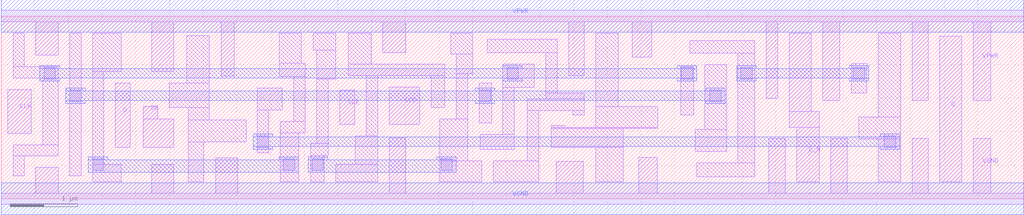
<source format=lef>
# Copyright 2020 The SkyWater PDK Authors
#
# Licensed under the Apache License, Version 2.0 (the "License");
# you may not use this file except in compliance with the License.
# You may obtain a copy of the License at
#
#     https://www.apache.org/licenses/LICENSE-2.0
#
# Unless required by applicable law or agreed to in writing, software
# distributed under the License is distributed on an "AS IS" BASIS,
# WITHOUT WARRANTIES OR CONDITIONS OF ANY KIND, either express or implied.
# See the License for the specific language governing permissions and
# limitations under the License.
#
# SPDX-License-Identifier: Apache-2.0

VERSION 5.5 ;
NAMESCASESENSITIVE ON ;
BUSBITCHARS "[]" ;
DIVIDERCHAR "/" ;
MACRO sky130_fd_sc_hd__sedfxbp_2
  CLASS CORE ;
  SOURCE USER ;
  ORIGIN  0.000000  0.000000 ;
  SIZE  15.18000 BY  2.720000 ;
  SYMMETRY X Y R90 ;
  SITE unithd ;
  PIN D
    ANTENNAGATEAREA  0.159000 ;
    DIRECTION INPUT ;
    USE SIGNAL ;
    PORT
      LAYER li1 ;
        RECT 1.695000 0.765000 1.915000 1.720000 ;
    END
  END D
  PIN DE
    ANTENNAGATEAREA  0.318000 ;
    DIRECTION INPUT ;
    USE SIGNAL ;
    PORT
      LAYER li1 ;
        RECT 2.110000 0.765000 2.565000 1.185000 ;
        RECT 2.110000 1.185000 2.325000 1.370000 ;
    END
  END DE
  PIN Q
    ANTENNADIFFAREA  0.445500 ;
    DIRECTION OUTPUT ;
    USE SIGNAL ;
    PORT
      LAYER li1 ;
        RECT 13.935000 0.255000 14.265000 2.420000 ;
    END
  END Q
  PIN Q_N
    ANTENNADIFFAREA  0.445500 ;
    DIRECTION OUTPUT ;
    USE SIGNAL ;
    PORT
      LAYER li1 ;
        RECT 11.700000 1.065000 12.145000 1.300000 ;
        RECT 11.700000 1.300000 12.030000 2.465000 ;
        RECT 11.815000 0.255000 12.145000 1.065000 ;
    END
  END Q_N
  PIN SCD
    ANTENNAGATEAREA  0.159000 ;
    DIRECTION INPUT ;
    USE SIGNAL ;
    PORT
      LAYER li1 ;
        RECT 5.760000 1.105000 6.215000 1.665000 ;
    END
  END SCD
  PIN SCE
    ANTENNAGATEAREA  0.318000 ;
    DIRECTION INPUT ;
    USE SIGNAL ;
    PORT
      LAYER li1 ;
        RECT 5.025000 1.105000 5.250000 1.615000 ;
    END
  END SCE
  PIN CLK
    ANTENNAGATEAREA  0.159000 ;
    DIRECTION INPUT ;
    USE CLOCK ;
    PORT
      LAYER li1 ;
        RECT 0.095000 0.975000 0.445000 1.625000 ;
    END
  END CLK
  PIN VGND
    DIRECTION INOUT ;
    SHAPE ABUTMENT ;
    USE GROUND ;
    PORT
      LAYER li1 ;
        RECT  0.000000 -0.085000 15.180000 0.085000 ;
        RECT  0.515000  0.085000  0.845000 0.465000 ;
        RECT  2.235000  0.085000  2.565000 0.515000 ;
        RECT  3.185000  0.085000  3.515000 0.610000 ;
        RECT  5.760000  0.085000  6.010000 0.905000 ;
        RECT  8.245000  0.085000  8.640000 0.560000 ;
        RECT  9.465000  0.085000  9.740000 0.615000 ;
        RECT 11.395000  0.085000 11.645000 0.900000 ;
        RECT 12.315000  0.085000 12.565000 0.900000 ;
        RECT 13.530000  0.085000 13.765000 0.900000 ;
        RECT 14.435000  0.085000 14.695000 0.900000 ;
    END
    PORT
      LAYER met1 ;
        RECT 0.000000 -0.240000 15.180000 0.240000 ;
    END
  END VGND
  PIN VPWR
    DIRECTION INOUT ;
    SHAPE ABUTMENT ;
    USE POWER ;
    PORT
      LAYER li1 ;
        RECT  0.000000 2.635000 15.180000 2.805000 ;
        RECT  0.515000 2.135000  0.845000 2.635000 ;
        RECT  2.235000 1.890000  2.565000 2.635000 ;
        RECT  3.265000 1.825000  3.460000 2.635000 ;
        RECT  5.665000 2.175000  6.010000 2.635000 ;
        RECT  8.425000 1.835000  8.660000 2.635000 ;
        RECT  9.370000 2.105000  9.660000 2.635000 ;
        RECT 11.360000 1.495000 11.530000 2.635000 ;
        RECT 12.200000 1.465000 12.450000 2.635000 ;
        RECT 13.530000 1.465000 13.765000 2.635000 ;
        RECT 14.435000 1.465000 14.695000 2.635000 ;
    END
    PORT
      LAYER met1 ;
        RECT 0.000000 2.480000 15.180000 2.960000 ;
    END
  END VPWR
  OBS
    LAYER li1 ;
      RECT  0.175000 0.345000  0.345000 0.635000 ;
      RECT  0.175000 0.635000  0.845000 0.805000 ;
      RECT  0.175000 1.795000  0.845000 1.965000 ;
      RECT  0.175000 1.965000  0.345000 2.465000 ;
      RECT  0.615000 0.805000  0.845000 1.795000 ;
      RECT  1.015000 0.345000  1.185000 2.465000 ;
      RECT  1.355000 0.255000  1.785000 0.515000 ;
      RECT  1.355000 0.515000  1.525000 1.890000 ;
      RECT  1.355000 1.890000  1.785000 2.465000 ;
      RECT  2.495000 1.355000  3.085000 1.720000 ;
      RECT  2.755000 1.720000  3.085000 2.425000 ;
      RECT  2.780000 0.255000  3.005000 0.845000 ;
      RECT  2.780000 0.845000  3.635000 1.175000 ;
      RECT  2.780000 1.175000  3.085000 1.355000 ;
      RECT  3.805000 0.685000  3.975000 1.320000 ;
      RECT  3.805000 1.320000  4.175000 1.650000 ;
      RECT  4.125000 1.820000  4.515000 2.020000 ;
      RECT  4.125000 2.020000  4.455000 2.465000 ;
      RECT  4.145000 0.255000  4.415000 0.980000 ;
      RECT  4.145000 0.980000  4.515000 1.150000 ;
      RECT  4.345000 1.150000  4.515000 1.820000 ;
      RECT  4.595000 0.255000  4.795000 0.645000 ;
      RECT  4.595000 0.645000  4.855000 0.825000 ;
      RECT  4.635000 2.210000  4.965000 2.465000 ;
      RECT  4.685000 0.825000  4.855000 1.785000 ;
      RECT  4.685000 1.785000  4.965000 2.210000 ;
      RECT  4.965000 0.255000  5.590000 0.515000 ;
      RECT  5.155000 1.835000  6.585000 2.005000 ;
      RECT  5.155000 2.005000  5.495000 2.465000 ;
      RECT  5.260000 0.515000  5.590000 0.935000 ;
      RECT  5.420000 0.935000  5.590000 1.835000 ;
      RECT  6.385000 1.355000  6.585000 1.835000 ;
      RECT  6.515000 0.255000  7.135000 0.565000 ;
      RECT  6.515000 0.565000  6.925000 1.185000 ;
      RECT  6.675000 2.150000  7.005000 2.465000 ;
      RECT  6.755000 1.185000  6.925000 1.865000 ;
      RECT  6.755000 1.865000  7.005000 2.150000 ;
      RECT  7.095000 1.125000  7.280000 1.720000 ;
      RECT  7.115000 0.735000  7.620000 0.955000 ;
      RECT  7.215000 2.175000  8.255000 2.375000 ;
      RECT  7.305000 0.255000  7.980000 0.565000 ;
      RECT  7.450000 0.955000  7.620000 1.655000 ;
      RECT  7.450000 1.655000  7.915000 2.005000 ;
      RECT  7.810000 0.565000  7.980000 1.315000 ;
      RECT  7.810000 1.315000  8.660000 1.485000 ;
      RECT  8.085000 1.485000  8.660000 1.575000 ;
      RECT  8.085000 1.575000  8.255000 2.175000 ;
      RECT  8.170000 0.765000  9.235000 1.045000 ;
      RECT  8.170000 1.045000  9.745000 1.065000 ;
      RECT  8.170000 1.065000  8.370000 1.095000 ;
      RECT  8.490000 1.245000  8.660000 1.315000 ;
      RECT  8.830000 0.255000  9.235000 0.765000 ;
      RECT  8.830000 1.065000  9.745000 1.375000 ;
      RECT  8.830000 1.375000  9.160000 2.465000 ;
      RECT 10.090000 1.245000 10.280000 1.965000 ;
      RECT 10.225000 2.165000 11.190000 2.355000 ;
      RECT 10.305000 0.705000 10.770000 1.035000 ;
      RECT 10.325000 0.330000 11.190000 0.535000 ;
      RECT 10.450000 1.035000 10.770000 1.995000 ;
      RECT 10.940000 0.535000 11.190000 2.165000 ;
      RECT 12.620000 1.575000 12.850000 2.010000 ;
      RECT 12.735000 0.890000 13.360000 1.220000 ;
      RECT 13.020000 0.255000 13.360000 0.890000 ;
      RECT 13.020000 1.220000 13.360000 2.465000 ;
    LAYER mcon ;
      RECT  0.635000 1.785000  0.805000 1.955000 ;
      RECT  1.015000 1.445000  1.185000 1.615000 ;
      RECT  1.355000 0.425000  1.525000 0.595000 ;
      RECT  3.805000 0.765000  3.975000 0.935000 ;
      RECT  4.185000 0.425000  4.355000 0.595000 ;
      RECT  4.615000 0.425000  4.785000 0.595000 ;
      RECT  6.530000 0.425000  6.700000 0.595000 ;
      RECT  7.100000 1.445000  7.270000 1.615000 ;
      RECT  7.510000 1.785000  7.680000 1.955000 ;
      RECT 10.100000 1.785000 10.270000 1.955000 ;
      RECT 10.520000 1.445000 10.690000 1.615000 ;
      RECT 10.980000 1.785000 11.150000 1.955000 ;
      RECT 12.650000 1.785000 12.820000 1.955000 ;
      RECT 13.110000 0.765000 13.280000 0.935000 ;
    LAYER met1 ;
      RECT  0.575000 1.755000  0.865000 1.800000 ;
      RECT  0.575000 1.800000 10.330000 1.940000 ;
      RECT  0.575000 1.940000  0.865000 1.985000 ;
      RECT  0.955000 1.415000  1.245000 1.460000 ;
      RECT  0.955000 1.460000 10.750000 1.600000 ;
      RECT  0.955000 1.600000  1.245000 1.645000 ;
      RECT  1.295000 0.395000  4.415000 0.580000 ;
      RECT  1.295000 0.580000  1.585000 0.625000 ;
      RECT  3.745000 0.735000  4.035000 0.780000 ;
      RECT  3.745000 0.780000 13.340000 0.920000 ;
      RECT  3.745000 0.920000  4.035000 0.965000 ;
      RECT  4.125000 0.580000  4.415000 0.625000 ;
      RECT  4.555000 0.395000  6.760000 0.580000 ;
      RECT  4.555000 0.580000  4.845000 0.625000 ;
      RECT  6.470000 0.580000  6.760000 0.625000 ;
      RECT  7.040000 1.415000  7.330000 1.460000 ;
      RECT  7.040000 1.600000  7.330000 1.645000 ;
      RECT  7.450000 1.755000  7.740000 1.800000 ;
      RECT  7.450000 1.940000  7.740000 1.985000 ;
      RECT 10.040000 1.755000 10.330000 1.800000 ;
      RECT 10.040000 1.940000 10.330000 1.985000 ;
      RECT 10.460000 1.415000 10.750000 1.460000 ;
      RECT 10.460000 1.600000 10.750000 1.645000 ;
      RECT 10.920000 1.755000 11.210000 1.800000 ;
      RECT 10.920000 1.800000 12.880000 1.940000 ;
      RECT 10.920000 1.940000 11.210000 1.985000 ;
      RECT 12.590000 1.755000 12.880000 1.800000 ;
      RECT 12.590000 1.940000 12.880000 1.985000 ;
      RECT 13.050000 0.735000 13.340000 0.780000 ;
      RECT 13.050000 0.920000 13.340000 0.965000 ;
  END
END sky130_fd_sc_hd__sedfxbp_2

</source>
